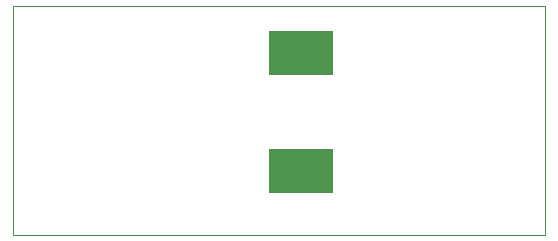
<source format=gbp>
G75*
%MOIN*%
%OFA0B0*%
%FSLAX25Y25*%
%IPPOS*%
%LPD*%
%AMOC8*
5,1,8,0,0,1.08239X$1,22.5*
%
%ADD10C,0.00000*%
%ADD11R,0.21654X0.15157*%
D10*
X0002291Y0002097D02*
X0002291Y0078534D01*
X0179516Y0078534D01*
X0179516Y0002097D01*
X0002291Y0002097D01*
D11*
X0098354Y0023554D03*
X0098354Y0062727D03*
M02*

</source>
